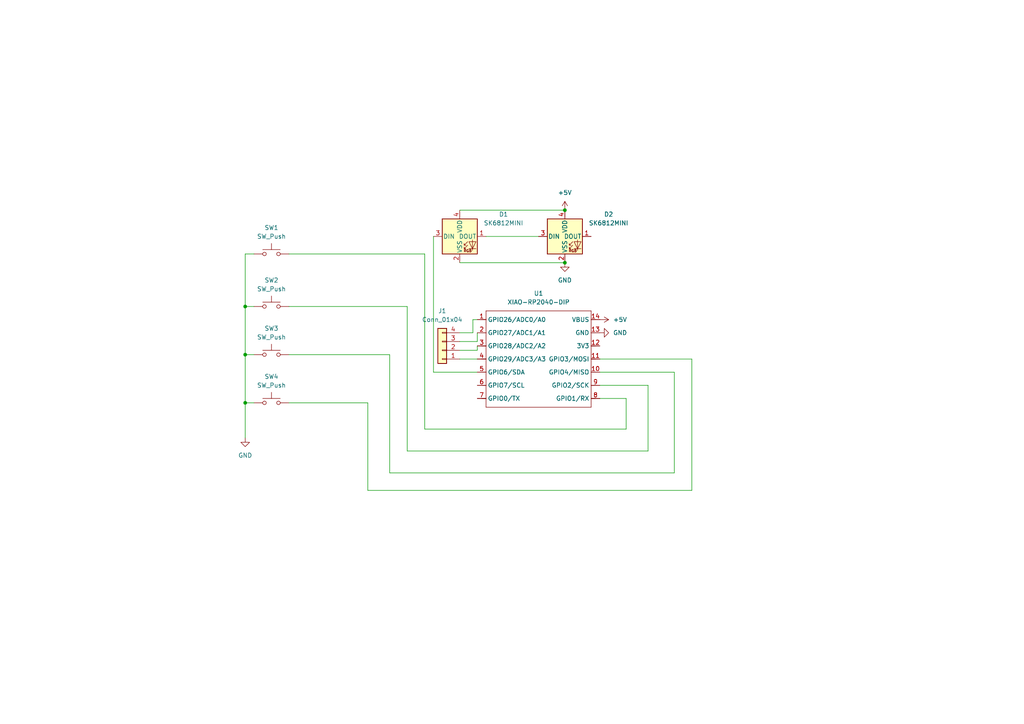
<source format=kicad_sch>
(kicad_sch (version 20250114) (generator "eeschema") (generator_version "9.0")
  (paper "A4")
  (lib_symbols
    (symbol "Connector_Generic:Conn_01x04" (pin_names (offset 1.016) (hide yes))
      (property "Reference" "J" (at 0 5.08 0))
      (property "Value" "Conn_01x04" (at 0 -7.62 0))
      (symbol "Conn_01x04_1_1"
        (rectangle (start -1.27 3.81) (end 1.27 -6.35) (stroke (width 0.254)) (fill (type background)))
        (rectangle (start -1.27 2.667) (end 0 2.413) (stroke (width 0.1524)))
        (rectangle (start -1.27 0.127) (end 0 -0.127) (stroke (width 0.1524)))
        (rectangle (start -1.27 -2.413) (end 0 -2.667) (stroke (width 0.1524)))
        (rectangle (start -1.27 -4.953) (end 0 -5.207) (stroke (width 0.1524)))
        (pin passive line (at -5.08 2.54 0) (length 3.81) (name "Pin_1") (number "1"))
        (pin passive line (at -5.08 0 0) (length 3.81) (name "Pin_2") (number "2"))
        (pin passive line (at -5.08 -2.54 0) (length 3.81) (name "Pin_3") (number "3"))
        (pin passive line (at -5.08 -5.08 0) (length 3.81) (name "Pin_4") (number "4"))
      )
    )
    (symbol "LED:SK6812MINI" (pin_names (offset 0.254))
      (property "Reference" "D" (at 5.08 5.715 0))
      (property "Value" "SK6812MINI" (at 1.27 -5.715 0))
      (symbol "SK6812MINI_0_0"
        (text "RGB" (at 2.286 -4.191 0) (effects (font (size 0.762 0.762))))
      )
      (symbol "SK6812MINI_0_1"
        (polyline (pts (xy 1.27 -2.54) (xy 1.778 -2.54)))
        (polyline (pts (xy 1.27 -3.556) (xy 1.778 -3.556)))
        (polyline (pts (xy 2.286 -1.524) (xy 1.27 -2.54) (xy 1.27 -2.032)))
        (polyline (pts (xy 2.286 -2.54) (xy 1.27 -3.556) (xy 1.27 -3.048)))
        (polyline (pts (xy 3.683 -1.016) (xy 3.683 -3.556) (xy 3.683 -4.064)))
        (polyline (pts (xy 4.699 -1.524) (xy 2.667 -1.524) (xy 3.683 -3.556) (xy 4.699 -1.524)))
        (polyline (pts (xy 4.699 -3.556) (xy 2.667 -3.556)))
        (rectangle (start 5.08 5.08) (end -5.08 -5.08) (stroke (width 0.254)) (fill (type background)))
      )
      (symbol "SK6812MINI_1_1"
        (pin input line (at -7.62 0 0) (length 2.54) (name "DIN") (number "3"))
        (pin power_in line (at 0 7.62 270) (length 2.54) (name "VDD") (number "4"))
        (pin power_in line (at 0 -7.62 90) (length 2.54) (name "VSS") (number "2"))
        (pin output line (at 7.62 0 180) (length 2.54) (name "DOUT") (number "1"))
      )
    )
    (symbol "OPL:XIAO-RP2040-DIP"
      (property "Reference" "U" (at 0 0 0))
      (property "Value" "XIAO-RP2040-DIP" (at 5.334 -1.778 0))
      (symbol "XIAO-RP2040-DIP_1_0"
        (polyline (pts (xy -1.27 -2.54) (xy 29.21 -2.54)) (stroke (width 0.1524)))
        (polyline (pts (xy -1.27 -5.08) (xy -2.54 -5.08)) (stroke (width 0.1524)))
        (polyline (pts (xy -1.27 -5.08) (xy -1.27 -2.54)) (stroke (width 0.1524)))
        (polyline (pts (xy -1.27 -8.89) (xy -2.54 -8.89)) (stroke (width 0.1524)))
        (polyline (pts (xy -1.27 -8.89) (xy -1.27 -5.08)) (stroke (width 0.1524)))
        (polyline (pts (xy -1.27 -12.7) (xy -2.54 -12.7)) (stroke (width 0.1524)))
        (polyline (pts (xy -1.27 -12.7) (xy -1.27 -8.89)) (stroke (width 0.1524)))
        (polyline (pts (xy -1.27 -16.51) (xy -2.54 -16.51)) (stroke (width 0.1524)))
        (polyline (pts (xy -1.27 -16.51) (xy -1.27 -12.7)) (stroke (width 0.1524)))
        (polyline (pts (xy -1.27 -20.32) (xy -2.54 -20.32)) (stroke (width 0.1524)))
        (polyline (pts (xy -1.27 -24.13) (xy -2.54 -24.13)) (stroke (width 0.1524)))
        (polyline (pts (xy -1.27 -27.94) (xy -2.54 -27.94)) (stroke (width 0.1524)))
        (polyline (pts (xy -1.27 -30.48) (xy -1.27 -16.51)) (stroke (width 0.1524)))
        (polyline (pts (xy 29.21 -2.54) (xy 29.21 -5.08)) (stroke (width 0.1524)))
        (polyline (pts (xy 29.21 -5.08) (xy 29.21 -8.89)) (stroke (width 0.1524)))
        (polyline (pts (xy 29.21 -8.89) (xy 29.21 -12.7)) (stroke (width 0.1524)))
        (polyline (pts (xy 29.21 -12.7) (xy 29.21 -30.48)) (stroke (width 0.1524)))
        (polyline (pts (xy 29.21 -30.48) (xy -1.27 -30.48)) (stroke (width 0.1524)))
        (polyline (pts (xy 30.48 -5.08) (xy 29.21 -5.08)) (stroke (width 0.1524)))
        (polyline (pts (xy 30.48 -8.89) (xy 29.21 -8.89)) (stroke (width 0.1524)))
        (polyline (pts (xy 30.48 -12.7) (xy 29.21 -12.7)) (stroke (width 0.1524)))
        (polyline (pts (xy 30.48 -16.51) (xy 29.21 -16.51)) (stroke (width 0.1524)))
        (polyline (pts (xy 30.48 -20.32) (xy 29.21 -20.32)) (stroke (width 0.1524)))
        (polyline (pts (xy 30.48 -24.13) (xy 29.21 -24.13)) (stroke (width 0.1524)))
        (polyline (pts (xy 30.48 -27.94) (xy 29.21 -27.94)) (stroke (width 0.1524)))
        (pin passive line (at -3.81 -5.08 0) (length 2.54) (name "GPIO26/ADC0/A0") (number "1"))
        (pin passive line (at -3.81 -8.89 0) (length 2.54) (name "GPIO27/ADC1/A1") (number "2"))
        (pin passive line (at -3.81 -12.7 0) (length 2.54) (name "GPIO28/ADC2/A2") (number "3"))
        (pin passive line (at -3.81 -16.51 0) (length 2.54) (name "GPIO29/ADC3/A3") (number "4"))
        (pin passive line (at -3.81 -20.32 0) (length 2.54) (name "GPIO6/SDA") (number "5"))
        (pin passive line (at -3.81 -24.13 0) (length 2.54) (name "GPIO7/SCL") (number "6"))
        (pin passive line (at -3.81 -27.94 0) (length 2.54) (name "GPIO0/TX") (number "7"))
        (pin passive line (at 31.75 -5.08 180) (length 2.54) (name "VBUS") (number "14"))
        (pin passive line (at 31.75 -8.89 180) (length 2.54) (name "GND") (number "13"))
        (pin passive line (at 31.75 -12.7 180) (length 2.54) (name "3V3") (number "12"))
        (pin passive line (at 31.75 -16.51 180) (length 2.54) (name "GPIO3/MOSI") (number "11"))
        (pin passive line (at 31.75 -20.32 180) (length 2.54) (name "GPIO4/MISO") (number "10"))
        (pin passive line (at 31.75 -24.13 180) (length 2.54) (name "GPIO2/SCK") (number "9"))
        (pin passive line (at 31.75 -27.94 180) (length 2.54) (name "GPIO1/RX") (number "8"))
      )
    )
    (symbol "Switch:SW_Push" (pin_numbers (hide yes)) (pin_names (offset 1.016) (hide yes))
      (property "Reference" "SW" (at 1.27 2.54 0))
      (property "Value" "SW_Push" (at 0 -1.524 0))
      (symbol "SW_Push_0_1"
        (circle (center -2.032 0) (radius 0.508))
        (polyline (pts (xy 0 1.27) (xy 0 3.048)))
        (circle (center 2.032 0) (radius 0.508))
        (polyline (pts (xy 2.54 1.27) (xy -2.54 1.27)))
        (pin passive line (at -5.08 0 0) (length 2.54) (name "1") (number "1"))
        (pin passive line (at 5.08 0 180) (length 2.54) (name "2") (number "2"))
      )
    )
    (symbol "power:+5V" (power) (pin_numbers (hide yes)) (pin_names (offset 0) (hide yes))
      (property "Value" "+5V" (at 0 3.556 0))
      (symbol "+5V_0_1"
        (polyline (pts (xy -0.762 1.27) (xy 0 2.54)))
        (polyline (pts (xy 0 2.54) (xy 0.762 1.27)))
        (polyline (pts (xy 0 0) (xy 0 2.54)))
      )
      (symbol "+5V_1_1"
        (pin power_in line (at 0 0 90) (length 0) (name "~") (number "1"))
      )
    )
    (symbol "power:GND" (power) (pin_numbers (hide yes)) (pin_names (offset 0) (hide yes))
      (property "Value" "GND" (at 0 -3.81 0))
      (symbol "GND_0_1"
        (polyline (pts (xy 0 0) (xy 0 -1.27) (xy 1.27 -1.27) (xy 0 -2.54) (xy -1.27 -1.27) (xy 0 -1.27)))
      )
      (symbol "GND_1_1"
        (pin power_in line (at 0 0 270) (length 0) (name "~") (number "1"))
      )
    )
  )
  (junction (at 71.12 116.84))
  (junction (at 71.12 102.87))
  (junction (at 163.83 76.2))
  (junction (at 71.12 88.9))
  (junction (at 163.83 60.96))
  (wire (pts (xy 123.19 124.46) (xy 181.61 124.46)))
  (wire (pts (xy 83.82 88.9) (xy 118.11 88.9)))
  (wire (pts (xy 83.82 116.84) (xy 106.68 116.84)))
  (wire (pts (xy 138.43 99.06) (xy 138.43 96.52)))
  (wire (pts (xy 71.12 88.9) (xy 73.66 88.9)))
  (wire (pts (xy 71.12 88.9) (xy 71.12 102.87)))
  (wire (pts (xy 73.66 73.66) (xy 71.12 73.66)))
  (wire (pts (xy 113.03 137.16) (xy 195.58 137.16)))
  (wire (pts (xy 133.35 60.96) (xy 163.83 60.96)))
  (wire (pts (xy 113.03 102.87) (xy 113.03 137.16)))
  (wire (pts (xy 106.68 116.84) (xy 106.68 142.24)))
  (wire (pts (xy 123.19 73.66) (xy 123.19 124.46)))
  (wire (pts (xy 181.61 115.57) (xy 173.99 115.57)))
  (wire (pts (xy 187.96 111.76) (xy 173.99 111.76)))
  (wire (pts (xy 133.35 99.06) (xy 138.43 99.06)))
  (wire (pts (xy 187.96 130.81) (xy 187.96 111.76)))
  (wire (pts (xy 137.16 92.71) (xy 138.43 92.71)))
  (wire (pts (xy 200.66 104.14) (xy 173.99 104.14)))
  (wire (pts (xy 83.82 102.87) (xy 113.03 102.87)))
  (wire (pts (xy 138.43 107.95) (xy 125.73 107.95)))
  (wire (pts (xy 71.12 102.87) (xy 71.12 116.84)))
  (wire (pts (xy 200.66 142.24) (xy 200.66 104.14)))
  (wire (pts (xy 138.43 101.6) (xy 138.43 100.33)))
  (wire (pts (xy 137.16 96.52) (xy 137.16 92.71)))
  (wire (pts (xy 181.61 124.46) (xy 181.61 115.57)))
  (wire (pts (xy 133.35 104.14) (xy 138.43 104.14)))
  (wire (pts (xy 195.58 137.16) (xy 195.58 107.95)))
  (wire (pts (xy 133.35 101.6) (xy 138.43 101.6)))
  (wire (pts (xy 83.82 73.66) (xy 123.19 73.66)))
  (wire (pts (xy 125.73 107.95) (xy 125.73 68.58)))
  (wire (pts (xy 133.35 96.52) (xy 137.16 96.52)))
  (wire (pts (xy 71.12 102.87) (xy 73.66 102.87)))
  (wire (pts (xy 118.11 88.9) (xy 118.11 130.81)))
  (wire (pts (xy 71.12 116.84) (xy 71.12 127)))
  (wire (pts (xy 140.97 68.58) (xy 156.21 68.58)))
  (wire (pts (xy 118.11 130.81) (xy 187.96 130.81)))
  (wire (pts (xy 133.35 76.2) (xy 163.83 76.2)))
  (wire (pts (xy 71.12 73.66) (xy 71.12 88.9)))
  (wire (pts (xy 173.99 107.95) (xy 195.58 107.95)))
  (wire (pts (xy 106.68 142.24) (xy 200.66 142.24)))
  (wire (pts (xy 71.12 116.84) (xy 73.66 116.84)))
  (symbol (lib_id "Switch:SW_Push") (at 78.74 88.9 0) (unit 1)
    (property "Reference" "SW2" (at 78.74 81.28 0))
    (property "Value" "SW_Push" (at 78.74 83.82 0))
    (property "Footprint" "Button_Switch_Keyboard:SW_Cherry_MX_1.00u_PCB" (effects (hide yes)))
    (property "Description" "Push button switch, generic, two pins" (effects (hide yes)))
  )
  (symbol (lib_id "power:GND") (at 163.83 76.2 0) (unit 1)
    (property "Reference" "#PWR03" (effects (hide yes)))
    (property "Value" "GND" (at 163.83 81.28 0))
    (property "Description" "Power symbol creates a global label with name \"GND\" , ground" (effects (hide yes)))
  )
  (symbol (lib_id "Switch:SW_Push") (at 78.74 73.66 0) (unit 1)
    (property "Reference" "SW1" (at 78.74 66.04 0))
    (property "Value" "SW_Push" (at 78.74 68.58 0))
    (property "Footprint" "Button_Switch_Keyboard:SW_Cherry_MX_1.00u_PCB" (effects (hide yes)))
    (property "Description" "Push button switch, generic, two pins" (effects (hide yes)))
  )
  (symbol (lib_id "LED:SK6812MINI") (at 133.35 68.58 0) (unit 1)
    (property "Reference" "D1" (at 146.05 62.1598 0))
    (property "Value" "SK6812MINI" (at 146.05 64.6998 0))
    (property "Footprint" "LED_SMD:LED_SK6812MINI_PLCC4_3.5x3.5mm_P1.75mm" (effects (hide yes)))
    (property "Datasheet" "https://cdn-shop.adafruit.com/product-files/2686/SK6812MINI_REV.01-1-2.pdf" (effects (hide yes)))
    (property "Description" "RGB LED with integrated controller" (effects (hide yes)))
  )
  (symbol (lib_id "power:GND") (at 173.99 96.52 90) (unit 1)
    (property "Reference" "#PWR02" (effects (hide yes)))
    (property "Value" "GND" (at 177.8 96.5199 90) (effects (justify right)))
    (property "Description" "Power symbol creates a global label with name \"GND\" , ground" (effects (hide yes)))
  )
  (symbol (lib_id "LED:SK6812MINI") (at 163.83 68.58 0) (unit 1)
    (property "Reference" "D2" (at 176.53 62.1598 0))
    (property "Value" "SK6812MINI" (at 176.53 64.6998 0))
    (property "Footprint" "LED_SMD:LED_SK6812MINI_PLCC4_3.5x3.5mm_P1.75mm" (effects (hide yes)))
    (property "Datasheet" "https://cdn-shop.adafruit.com/product-files/2686/SK6812MINI_REV.01-1-2.pdf" (effects (hide yes)))
    (property "Description" "RGB LED with integrated controller" (effects (hide yes)))
  )
  (symbol (lib_id "power:+5V") (at 163.83 60.96 0) (unit 1)
    (property "Reference" "#PWR05" (effects (hide yes)))
    (property "Value" "+5V" (at 163.83 55.88 0))
    (property "Description" "Power symbol creates a global label with name \"+5V\"" (effects (hide yes)))
  )
  (symbol (lib_id "power:GND") (at 71.12 127 0) (unit 1)
    (property "Reference" "#PWR01" (effects (hide yes)))
    (property "Value" "GND" (at 71.12 132.08 0))
    (property "Description" "Power symbol creates a global label with name \"GND\" , ground" (effects (hide yes)))
  )
  (symbol (lib_id "Switch:SW_Push") (at 78.74 116.84 0) (unit 1)
    (property "Reference" "SW4" (at 78.74 109.22 0))
    (property "Value" "SW_Push" (at 78.74 111.76 0))
    (property "Footprint" "Button_Switch_Keyboard:SW_Cherry_MX_1.00u_PCB" (effects (hide yes)))
    (property "Description" "Push button switch, generic, two pins" (effects (hide yes)))
  )
  (symbol (lib_id "Connector_Generic:Conn_01x04") (at 128.27 101.6 180) (unit 1)
    (property "Reference" "J1" (at 128.27 90.17 0))
    (property "Value" "Conn_01x04" (at 128.27 92.71 0))
    (property "Footprint" "OLED:SSD1306-0.91-OLED-4pin-128x32" (effects (hide yes)))
    (property "Description" "Generic connector, single row, 01x04, script generated (kicad-library-utils/schlib/autogen/connector/)" (effects (hide yes)))
  )
  (symbol (lib_id "power:+5V") (at 173.99 92.71 270) (unit 1)
    (property "Reference" "#PWR04" (effects (hide yes)))
    (property "Value" "+5V" (at 177.8 92.7099 90) (effects (justify left)))
    (property "Description" "Power symbol creates a global label with name \"+5V\"" (effects (hide yes)))
  )
  (symbol (lib_id "OPL:XIAO-RP2040-DIP") (at 142.24 87.63 0) (unit 1)
    (property "Reference" "U1" (at 156.21 85.09 0))
    (property "Value" "XIAO-RP2040-DIP" (at 156.21 87.63 0))
    (property "Footprint" "OPL:XIAO-RP2040-DIP" (effects (hide yes)))
  )
  (symbol (lib_id "Switch:SW_Push") (at 78.74 102.87 0) (unit 1)
    (property "Reference" "SW3" (at 78.74 95.25 0))
    (property "Value" "SW_Push" (at 78.74 97.79 0))
    (property "Footprint" "Button_Switch_Keyboard:SW_Cherry_MX_1.00u_PCB" (effects (hide yes)))
    (property "Description" "Push button switch, generic, two pins" (effects (hide yes)))
  )
)
</source>
